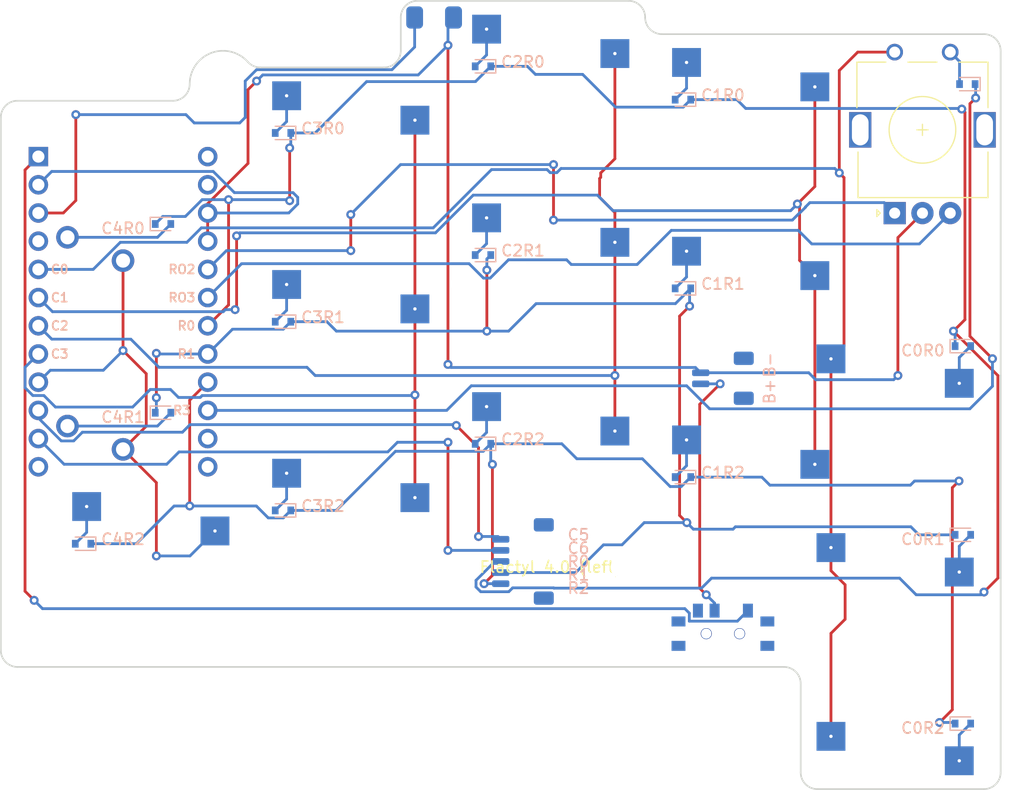
<source format=kicad_pcb>
(kicad_pcb (version 20221018) (generator pcbnew)
  (title_block (title "right") (rev "v1.0.0") (company "Unknown"))
  (layers (0 "F.Cu" signal) (31 "B.Cu" signal) (34 "B.Paste" user) (35 "F.Paste" user) (36 "B.SilkS" user "B.Silkscreen") (37 "F.SilkS" user "F.Silkscreen") (38 "B.Mask" user) (39 "F.Mask" user) (44 "Edge.Cuts" user))
  (net 0 "")
  (net 1 "C0")
  (net 2 "C0R0D")
  (net 3 "R0")
  (net 4 "C0R1D")
  (net 5 "R1")
  (net 6 "C0R2D")
  (net 7 "R2")
  (net 8 "C1")
  (net 9 "C1R0D")
  (net 10 "C1R1D")
  (net 11 "C1R2D")
  (net 12 "C2")
  (net 13 "C2R0D")
  (net 14 "C2R1D")
  (net 15 "C2R2D")
  (net 16 "C3")
  (net 17 "C3R0D")
  (net 18 "C3R1D")
  (net 19 "C3R2D")
  (net 20 "C4")
  (net 21 "C4R0D")
  (net 22 "C4R1D")
  (net 23 "C4R2D")
  (net 24 "C0R3D")
  (net 25 "P2")
  (net 26 "P3")
  (net 27 "GND")
  (net 28 "R3")
  (net 29 "RAW")
  (net 30 "BSLI")
  (net 31 "three")
  (net 32 "RST")
  (net 33 "VCC")
  (net 34 "C5")
  (net 35 "C6")
  (net 36 "P10")
  (net 37 "P1")
  (net 38 "P0")
  (net 39 "P8")
  (net 40 "P9")
  (footprint "SPDT_C128955" (layer "F.Cu") (at 54 5.5 180)
    (fp_text reference "T1" hide)
    (fp_text value "" hide)
  )
  (footprint "somelogo" (layer "F.Cu") (at 38.5 -0.5)
    (fp_text reference "T2" hide)
    (fp_text value "Flactyl 4.0 (left)")
  )
  (footprint "rotary_encoder" (layer "F.Cu") (at 72 -40 90)
    (fp_text reference "ROT1" hide)
    (fp_text value "")
  )
  (footprint "MountingHole_2.2mm_M2" (layer "F.Cu") (at 63 2.5)
    (fp_text reference "H1" hide)
    (fp_text value "")
  )
  (footprint "MountingHole_2.2mm_M2" (layer "F.Cu") (at 45 -34.5)
    (fp_text reference "H4" hide)
    (fp_text value "")
  )
  (footprint "MountingHole_2.2mm_M2" (layer "F.Cu") (at 63 -31.5)
    (fp_text reference "H2" hide)
    (fp_text value "")
  )
  (footprint "MountingHole_2.2mm_M2" (layer "F.Cu") (at 9 -43.5)
    (fp_text reference "H6" hide)
    (fp_text value "")
  )
  (footprint "MountingHole_2.2mm_M2" (layer "F.Cu") (at 45 -0.5)
    (fp_text reference "H3" hide)
    (fp_text value "")
  )
  (footprint "MountingHole_2.2mm_M2" (layer "F.Cu") (at 9 5.5)
    (fp_text reference "H5" hide)
    (fp_text value "")
  )
  (footprint "D_SOD-523" (layer "B.Cu") (at 50.4 -25.6 180)
    (fp_text reference "D5" hide)
    (fp_text value "D_SOD-523")
  )
  (footprint "Kailh_socket_PG1350_no_silk" (layer "B.Cu") (at 72 -23)
    (fp_text reference "S1" hide)
    (fp_text value "")
  )
  (footprint "Kailh_socket_PG1350_no_silk" (layer "B.Cu") (at 18 -37 180)
    (fp_text reference "S10" hide)
    (fp_text value "")
  )
  (footprint "D_SOD-523" (layer "B.Cu") (at 3.6 -31.4)
    (fp_text reference "D13" hide)
    (fp_text value "D_SOD-523")
  )
  (footprint "D_SOD-523" (layer "B.Cu") (at 75.6 -20.4)
    (fp_text reference "D1" hide)
    (fp_text value "D_SOD-523")
  )
  (footprint "Kailh_socket_PG1350_no_silk" (layer "B.Cu") (at 54 -23 180)
    (fp_text reference "S5" hide)
    (fp_text value "")
  )
  (footprint "Kailh_socket_PG1350_no_silk" (layer "B.Cu") (at 36 -9 180)
    (fp_text reference "S9" hide)
    (fp_text value "")
  )
  (footprint "Kailh_socket_PG1350_no_silk" (layer "B.Cu") (at 18 -3 180)
    (fp_text reference "S12" hide)
    (fp_text value "")
  )
  (footprint "NiceNano" (layer "B.Cu") (at 0 -23.5 -90)
    (fp_text reference "MCU1" hide)
    (fp_text value "" hide)
  )
  (footprint "b3u-1000P" (layer "B.Cu") (at 28 -50 -90)
    (fp_text reference "B1" hide)
    (fp_text value "b3u-1000P")
  )
  (footprint "Kailh_socket_PG1350_no_silk" (layer "B.Cu") (at 0 -17)
    (fp_text reference "S14" hide)
    (fp_text value "")
  )
  (footprint "Kailh_socket_PG1350_no_silk" (layer "B.Cu") (at 54 -6 180)
    (fp_text reference "S6" hide)
    (fp_text value "")
  )
  (footprint "D_SOD-523" (layer "B.Cu") (at -3.6 -2.6 180)
    (fp_text reference "D15" hide)
    (fp_text value "D_SOD-523")
  )
  (footprint "D_SOD-523" (layer "B.Cu") (at 32.4 -11.6 180)
    (fp_text reference "D9" hide)
    (fp_text value "D_SOD-523")
  )
  (footprint "D_SOD-523" (layer "B.Cu") (at 14.4 -22.6 180)
    (fp_text reference "D11" hide)
    (fp_text value "D_SOD-523")
  )
  (footprint "Kailh_socket_PG1350_no_silk" (layer "B.Cu") (at 0 -34)
    (fp_text reference "S13" hide)
    (fp_text value "")
  )
  (footprint "JST_SH_SM05B-SRSS-TB_1x05-1MP_P1.00mm_Horizontal" (layer "B.Cu") (at 36 -1 -90)
    (fp_text reference "J1" hide)
    (fp_text value "")
  )
  (footprint "Kailh_socket_PG1350_no_silk" (layer "B.Cu") (at 36 -26 180)
    (fp_text reference "S8" hide)
    (fp_text value "")
  )
  (footprint "D_SOD-523" (layer "B.Cu") (at 75.6 -3.4)
    (fp_text reference "D2" hide)
    (fp_text value "D_SOD-523")
  )
  (footprint "D_SOD-523" (layer "B.Cu") (at 32.4 -28.6 180)
    (fp_text reference "D8" hide)
    (fp_text value "D_SOD-523")
  )
  (footprint "D_SOD-523" (layer "B.Cu") (at 14.4 -5.6 180)
    (fp_text reference "D12" hide)
    (fp_text value "D_SOD-523")
  )
  (footprint "Kailh_socket_PG1350_no_silk" (layer "B.Cu") (at 0 0 180)
    (fp_text reference "S15" hide)
    (fp_text value "")
  )
  (footprint "JST_SH_SM02B-SRSS-TB_1x02-1MP_P1.00mm_Horizontal" (layer "B.Cu") (at 54 -17.5 -90)
    (fp_text reference "JST1" hide)
    (fp_text value "JST_SH_SM02B-SRSS-TB_1x02-1MP_P1.00mm_Horizontal" hide)
  )
  (footprint "Kailh_socket_PG1350_no_silk" (layer "B.Cu") (at 36 -43 180)
    (fp_text reference "S7" hide)
    (fp_text value "")
  )
  (footprint "D_SOD-523" (layer "B.Cu") (at 76 -44 180)
    (fp_text reference "D16" hide)
    (fp_text value "D_SOD-523")
  )
  (footprint "D_SOD-523" (layer "B.Cu") (at 14.4 -39.6 180)
    (fp_text reference "D10" hide)
    (fp_text value "D_SOD-523")
  )
  (footprint "Kailh_socket_PG1350_no_silk" (layer "B.Cu") (at 72 11)
    (fp_text reference "S3" hide)
    (fp_text value "")
  )
  (footprint "Kailh_socket_PG1350_no_silk" (layer "B.Cu") (at 18 -20 180)
    (fp_text reference "S11" hide)
    (fp_text value "")
  )
  (footprint "Kailh_socket_PG1350_no_silk" (layer "B.Cu") (at 54 -40 180)
    (fp_text reference "S4" hide)
    (fp_text value "")
  )
  (footprint "D_SOD-523" (layer "B.Cu") (at 75.6 13.6)
    (fp_text reference "D3" hide)
    (fp_text value "D_SOD-523")
  )
  (footprint "D_SOD-523" (layer "B.Cu") (at 3.6 -14.4)
    (fp_text reference "D14" hide)
    (fp_text value "D_SOD-523")
  )
  (footprint "D_SOD-523" (layer "B.Cu") (at 32.4 -45.6 180)
    (fp_text reference "D7" hide)
    (fp_text value "D_SOD-523")
  )
  (footprint "D_SOD-523" (layer "B.Cu") (at 50.4 -8.6 180)
    (fp_text reference "D6" hide)
    (fp_text value "D_SOD-523")
  )
  (footprint "D_SOD-523" (layer "B.Cu") (at 50.4 -42.6 180)
    (fp_text reference "D4" hide)
    (fp_text value "D_SOD-523")
  )
  (footprint "Kailh_socket_PG1350_no_silk" (layer "B.Cu") (at 72 -6)
    (fp_text reference "S2" hide)
    (fp_text value "")
  )
  (gr_arc (start 6 -43.999467) (mid 7.929396 -46.802465) (end 11.236227 -45.999822) (stroke (width 0.15)) (layer "Edge.Cuts"))
  (gr_line (start -11 7.0008) (end -11 -41.0008) (stroke (width 0.15)) (layer "Edge.Cuts"))
  (gr_line (start 23.5008 -45.5) (end 12.353744 -45.5) (stroke (width 0.15)) (layer "Edge.Cuts"))
  (gr_arc (start 48.4992 -48.5) (mid 47.439106 -48.939106) (end 47 -49.9992) (stroke (width 0.15)) (layer "Edge.Cuts"))
  (gr_arc (start 59.5008 8.5) (mid 60.560894 8.939106) (end 61 9.9992) (stroke (width 0.15)) (layer "Edge.Cuts"))
  (gr_line (start 4.5008 -42.5) (end -9.5008 -42.5) (stroke (width 0.15)) (layer "Edge.Cuts"))
  (gr_arc (start -11 -41.0008) (mid -10.560894 -42.060894) (end -9.5008 -42.5) (stroke (width 0.15)) (layer "Edge.Cuts"))
  (gr_line (start 61 9.9992) (end 61 18.0008) (stroke (width 0.15)) (layer "Edge.Cuts"))
  (gr_arc (start 62.4992 19.5) (mid 61.439106 19.060894) (end 61 18.0008) (stroke (width 0.15)) (layer "Edge.Cuts"))
  (gr_arc (start 45.5008 -51.5) (mid 46.560894 -51.060894) (end 47 -50.0008) (stroke (width 0.15)) (layer "Edge.Cuts"))
  (gr_arc (start 6 -43.999467) (mid 5.560989 -42.9392) (end 4.5008 -42.5) (stroke (width 0.15)) (layer "Edge.Cuts"))
  (gr_line (start 47 -49.9992) (end 47 -50.0008) (stroke (width 0.15)) (layer "Edge.Cuts"))
  (gr_arc (start 25 -46.9992) (mid 24.560894 -45.939106) (end 23.5008 -45.5) (stroke (width 0.15)) (layer "Edge.Cuts"))
  (gr_line (start -9.5008 8.5) (end 59.5008 8.5) (stroke (width 0.15)) (layer "Edge.Cuts"))
  (gr_arc (start 77.5008 -48.5) (mid 78.560894 -48.060894) (end 79 -47.0008) (stroke (width 0.15)) (layer "Edge.Cuts"))
  (gr_arc (start 79 18.0008) (mid 78.560894 19.060894) (end 77.5008 19.5) (stroke (width 0.15)) (layer "Edge.Cuts"))
  (gr_arc (start -9.5008 8.5) (mid -10.560894 8.060894) (end -11 7.0008) (stroke (width 0.15)) (layer "Edge.Cuts"))
  (gr_line (start 25 -50.0008) (end 25 -46.9992) (stroke (width 0.15)) (layer "Edge.Cuts"))
  (gr_arc (start 12.353744 -45.5) (mid 11.741644 -45.630648) (end 11.236227 -45.999822) (stroke (width 0.15)) (layer "Edge.Cuts"))
  (gr_line (start 62.4992 19.5) (end 77.5008 19.5) (stroke (width 0.15)) (layer "Edge.Cuts"))
  (gr_line (start 79 -47.0008) (end 79 18.0008) (stroke (width 0.15)) (layer "Edge.Cuts"))
  (gr_line (start 45.5008 -51.5) (end 26.4992 -51.5) (stroke (width 0.15)) (layer "Edge.Cuts"))
  (gr_arc (start 25 -50.0008) (mid 25.439106 -51.060894) (end 26.4992 -51.5) (stroke (width 0.15)) (layer "Edge.Cuts"))
  (gr_line (start 48.4992 -48.5) (end 77.5008 -48.5) (stroke (width 0.15)) (layer "Edge.Cuts"))
  (segment (start 64.9 -35.575) (end 64.9 -20.425) (width 0.25) (layer "F.Cu") (net 1))
  (segment (start 65 1.1) (end 65 4.2) (width 0.25) (layer "F.Cu") (net 1))
  (segment (start 64.9 -20.425) (end 63.725 -19.25) (width 0.25) (layer "F.Cu") (net 1))
  (segment (start 63.725 -2.25) (end 63.725 -0.175) (width 0.25) (layer "F.Cu") (net 1))
  (segment (start 64.475 -45.225) (end 64.475 -36) (width 0.25) (layer "F.Cu") (net 1))
  (segment (start 65 4.2) (end 63.725 5.475) (width 0.25) (layer "F.Cu") (net 1))
  (segment (start 64.475 -36) (end 64.9 -35.575) (width 0.25) (layer "F.Cu") (net 1))
  (segment (start 66.13 -46.88) (end 64.475 -45.225) (width 0.25) (layer "F.Cu") (net 1))
  (segment (start 63.725 -0.175) (end 65 1.1) (width 0.25) (layer "F.Cu") (net 1))
  (segment (start 63.725 5.475) (end 63.725 14.75) (width 0.25) (layer "F.Cu") (net 1))
  (segment (start 69.46 -46.88) (end 66.13 -46.88) (width 0.25) (layer "F.Cu") (net 1))
  (segment (start 63.725 -19.25) (end 63.725 -2.25) (width 0.25) (layer "F.Cu") (net 1))
  (via (at 64.475 -36) (size 0.8) (drill 0.4) (layers "F.Cu" "B.Cu") (net 1))
  (segment (start 38.449695 -36.025) (end 39.050305 -36.025) (width 0.25) (layer "B.Cu") (net 1))
  (segment (start 38.174695 -36.3) (end 38.449695 -36.025) (width 0.25) (layer "B.Cu") (net 1))
  (segment (start -2.686461 -27.31) (end -0.246461 -29.75) (width 0.25) (layer "B.Cu") (net 1))
  (segment (start 39.425305 -36.4) (end 64.075 -36.4) (width 0.25) (layer "B.Cu") (net 1))
  (segment (start 5.75 -29.75) (end 7.0513 -31.0513) (width 0.25) (layer "B.Cu") (net 1))
  (segment (start -0.246461 -29.75) (end 5.75 -29.75) (width 0.25) (layer "B.Cu") (net 1))
  (segment (start 64.075 -36.4) (end 64.475 -36) (width 0.25) (layer "B.Cu") (net 1))
  (segment (start 39.050305 -36.025) (end 39.425305 -36.4) (width 0.25) (layer "B.Cu") (net 1))
  (segment (start 33.172095 -36.3) (end 38.174695 -36.3) (width 0.25) (layer "B.Cu") (net 1))
  (segment (start -7.62 -27.31) (end -2.686461 -27.31) (width 0.25) (layer "B.Cu") (net 1))
  (segment (start 7.0513 -31.0513) (end 27.923395 -31.0513) (width 0.25) (layer "B.Cu") (net 1))
  (segment (start 27.923395 -31.0513) (end 33.172095 -36.3) (width 0.25) (layer "B.Cu") (net 1))
  (segment (start 75.275 -19.375) (end 76.3 -20.4) (width 0.25) (layer "B.Cu") (net 2))
  (segment (start 75.275 -17.05) (end 75.275 -19.375) (width 0.25) (layer "B.Cu") (net 2))
  (segment (start 15 -38.25) (end 15 -33.5) (width 0.25) (layer "F.Cu") (net 3))
  (segment (start 74.75 -21.75) (end 75.785 -22.785) (width 0.25) (layer "F.Cu") (net 3))
  (segment (start 9.5 -24.11) (end 9.5 -33.5913) (width 0.25) (layer "F.Cu") (net 3))
  (segment (start 75.785 -22.785) (end 75.785 -41.465) (width 0.25) (layer "F.Cu") (net 3))
  (segment (start 78.75 -17.75) (end 74.75 -21.75) (width 0.25) (layer "F.Cu") (net 3))
  (segment (start 75.785 -41.465) (end 75.5 -41.75) (width 0.25) (layer "F.Cu") (net 3))
  (segment (start 7.62 -22.23) (end 9.5 -24.11) (width 0.25) (layer "F.Cu") (net 3))
  (segment (start 77.5 1.75) (end 78.75 0.5) (width 0.25) (layer "F.Cu") (net 3))
  (segment (start 78.75 0.5) (end 78.75 -17.75) (width 0.25) (layer "F.Cu") (net 3))
  (via (at 75.5 -41.75) (size 0.8) (drill 0.4) (layers "F.Cu" "B.Cu") (net 3))
  (via (at 15 -38.25) (size 0.8) (drill 0.4) (layers "F.Cu" "B.Cu") (net 3))
  (via (at 15 -33.5) (size 0.8) (drill 0.4) (layers "F.Cu" "B.Cu") (net 3))
  (via (at 77.5 1.75) (size 0.8) (drill 0.4) (layers "F.Cu" "B.Cu") (net 3))
  (via (at 9.5 -33.5913) (size 0.8) (drill 0.4) (layers "F.Cu" "B.Cu") (net 3))
  (via (at 74.75 -21.75) (size 0.8) (drill 0.4) (layers "F.Cu" "B.Cu") (net 3))
  (segment (start 77.25 2) (end 77.5 1.75) (width 0.25) (layer "B.Cu") (net 3))
  (segment (start 14.9087 -33.5913) (end 9.5 -33.5913) (width 0.25) (layer "B.Cu") (net 3))
  (segment (start 3.575 -32.075) (end 2.9 -31.4) (width 0.25) (layer "B.Cu") (net 3))
  (segment (start 34.721751 1.725) (end 35.071751 1.375) (width 0.25) (layer "B.Cu") (net 3))
  (segment (start 15.1 -39.6) (end 15.1 -38.35) (width 0.25) (layer "B.Cu") (net 3))
  (segment (start 33.1 -45.6) (end 31.7259 -44.2259) (width 0.25) (layer "B.Cu") (net 3))
  (segment (start 36.4 -45.6) (end 33.1 -45.6) (width 0.25) (layer "B.Cu") (net 3))
  (segment (start 44.325 -41.925) (end 41.375 -44.875) (width 0.25) (layer "B.Cu") (net 3))
  (segment (start 56.054999 -41.805) (end 55.259999 -42.6) (width 0.25) (layer "B.Cu") (net 3))
  (segment (start 15 -33.5) (end 14.9087 -33.5913) (width 0.25) (layer "B.Cu") (net 3))
  (segment (start 37.125 -44.875) (end 36.4 -45.6) (width 0.25) (layer "B.Cu") (net 3))
  (segment (start 38.788173 1.4) (end 52.074695 1.4) (width 0.25) (layer "B.Cu") (net 3))
  (segment (start 75.445 -41.805) (end 56.054999 -41.805) (width 0.25) (layer "B.Cu") (net 3))
  (segment (start 33.474695 -1) (end 31.775 0.699695) (width 0.25) (layer "B.Cu") (net 3))
  (segment (start 50.425 -41.925) (end 44.325 -41.925) (width 0.25) (layer "B.Cu") (net 3))
  (segment (start 17.30165 -39.6) (end 15.1 -39.6) (width 0.25) (layer "B.Cu") (net 3))
  (segment (start 7.122405 -33.5913) (end 5.606105 -32.075) (width 0.25) (layer "B.Cu") (net 3))
  (segment (start 31.775 1.300305) (end 32.199695 1.725) (width 0.25) (layer "B.Cu") (net 3))
  (segment (start 69.89835 0.5) (end 71.39835 2) (width 0.25) (layer "B.Cu") (net 3))
  (segment (start 71.39835 2) (end 77.25 2) (width 0.25) (layer "B.Cu") (net 3))
  (segment (start 21.92755 -44.2259) (end 17.30165 -39.6) (width 0.25) (layer "B.Cu") (net 3))
  (segment (start 55.259999 -42.6) (end 51.1 -42.6) (width 0.25) (layer "B.Cu") (net 3))
  (segment (start 34 -1) (end 33.474695 -1) (width 0.25) (layer "B.Cu") (net 3))
  (segment (start 32.199695 1.725) (end 34.721751 1.725) (width 0.25) (layer "B.Cu") (net 3))
  (segment (start 74.9 -20.4) (end 74.9 -21.6) (width 0.25) (layer "B.Cu") (net 3))
  (segment (start 41.375 -44.875) (end 37.125 -44.875) (width 0.25) (layer "B.Cu") (net 3))
  (segment (start 31.7259 -44.2259) (end 21.92755 -44.2259) (width 0.25) (layer "B.Cu") (net 3))
  (segment (start 5.606105 -32.075) (end 3.575 -32.075) (width 0.25) (layer "B.Cu") (net 3))
  (segment (start 74.9 -21.6) (end 74.75 -21.75) (width 0.25) (layer "B.Cu") (net 3))
  (segment (start 31.775 0.699695) (end 31.775 1.300305) (width 0.25) (layer "B.Cu") (net 3))
  (segment (start 35.071751 1.375) (end 38.763173 1.375) (width 0.25) (layer "B.Cu") (net 3))
  (segment (start 52.074695 1.4) (end 52.974695 0.5) (width 0.25) (layer "B.Cu") (net 3))
  (segment (start 15.1 -38.35) (end 15 -38.25) (width 0.25) (layer "B.Cu") (net 3))
  (segment (start 75.5 -41.75) (end 75.445 -41.805) (width 0.25) (layer "B.Cu") (net 3))
  (segment (start 52.974695 0.5) (end 69.89835 0.5) (width 0.25) (layer "B.Cu") (net 3))
  (segment (start 9.5 -33.5913) (end 7.122405 -33.5913) (width 0.25) (layer "B.Cu") (net 3))
  (segment (start 51.1 -42.6) (end 50.425 -41.925) (width 0.25) (layer "B.Cu") (net 3))
  (segment (start 38.763173 1.375) (end 38.788173 1.4) (width 0.25) (layer "B.Cu") (net 3))
  (segment (start 75.275 -2.375) (end 76.3 -3.4) (width 0.25) (layer "B.Cu") (net 4))
  (segment (start 75.275 -0.05) (end 75.275 -2.375) (width 0.25) (layer "B.Cu") (net 4))
  (segment (start 50.1 -5.15) (end 50.1 -23.1) (width 0.25) (layer "F.Cu") (net 5))
  (segment (start 50.75 -4.5) (end 50.1 -5.15) (width 0.25) (layer "F.Cu") (net 5))
  (segment (start 32.75 -21.75) (end 32.75 -27.25) (width 0.25) (layer "F.Cu") (net 5))
  (segment (start 3 -19.75) (end 3 -15.75) (width 0.25) (layer "F.Cu") (net 5))
  (segment (start 50.1 -23.1) (end 51 -24) (width 0.25) (layer "F.Cu") (net 5))
  (via (at 33.25 -9.75) (size 0.8) (drill 0.4) (layers "F.Cu" "B.Cu") (net 5))
  (via (at 3 -15.75) (size 0.8) (drill 0.4) (layers "F.Cu" "B.Cu") (net 5))
  (via (at 32.75 -27.25) (size 0.8) (drill 0.4) (layers "F.Cu" "B.Cu") (net 5))
  (via (at 32.75 -21.75) (size 0.8) (drill 0.4) (layers "F.Cu" "B.Cu") (net 5))
  (via (at 3 -19.75) (size 0.8) (drill 0.4) (layers "F.Cu" "B.Cu") (net 5))
  (via (at 51 -24) (size 0.8) (drill 0.4) (layers "F.Cu" "B.Cu") (net 5))
  (via (at 50.75 -4.5) (size 0.8) (drill 0.4) (layers "F.Cu" "B.Cu") (net 5))
  (segment (start 3 -14.5) (end 2.9 -14.4) (width 0.25) (layer "B.Cu") (net 5))
  (segment (start 71.645001 -3.4) (end 70.920001 -4.125) (width 0.25) (layer "B.Cu") (net 5))
  (segment (start 44.914035 -2.5) (end 43.25 -2.5) (width 0.25) (layer "B.Cu") (net 5))
  (segment (start 50.75 -4.5) (end 46.914035 -4.5) (width 0.25) (layer "B.Cu") (net 5))
  (segment (start 9.855 -21.925) (end 7.62 -19.69) (width 0.25) (layer "B.Cu") (net 5))
  (segment (start 3 -15.75) (end 3 -14.5) (width 0.25) (layer "B.Cu") (net 5))
  (segment (start 51 -25.5) (end 51.1 -25.6) (width 0.25) (layer "B.Cu") (net 5))
  (segment (start 32.75 -21.75) (end 19.204999 -21.75) (width 0.25) (layer "B.Cu") (net 5))
  (segment (start 55.125 -4.125) (end 54.9105 -3.9105) (width 0.25) (layer "B.Cu") (net 5))
  (segment (start 3.06 -19.69) (end 3 -19.75) (width 0.25) (layer "B.Cu") (net 5))
  (segment (start 15.1 -22.6) (end 14.425 -21.925) (width 0.25) (layer "B.Cu") (net 5))
  (segment (start 19.204999 -21.75) (end 18.354999 -22.6) (width 0.25) (layer "B.Cu") (net 5))
  (segment (start 7.62 -19.69) (end 3.06 -19.69) (width 0.25) (layer "B.Cu") (net 5))
  (segment (start 37.180899 -24.2259) (end 34.704999 -21.75) (width 0.25) (layer "B.Cu") (net 5))
  (segment (start 49.7259 -24.2259) (end 37.180899 -24.2259) (width 0.25) (layer "B.Cu") (net 5))
  (segment (start 51 -24) (end 51 -25.5) (width 0.25) (layer "B.Cu") (net 5))
  (segment (start 74.9 -3.4) (end 71.645001 -3.4) (width 0.25) (layer "B.Cu") (net 5))
  (segment (start 32.75 -27.25) (end 32.75 -28.25) (width 0.25) (layer "B.Cu") (net 5))
  (segment (start 43.25 -2.5) (end 40.75 0) (width 0.25) (layer "B.Cu") (net 5))
  (segment (start 32.75 -28.25) (end 33.1 -28.6) (width 0.25) (layer "B.Cu") (net 5))
  (segment (start 54.9105 -3.9105) (end 51.3395 -3.9105) (width 0.25) (layer "B.Cu") (net 5))
  (segment (start 18.354999 -22.6) (end 15.1 -22.6) (width 0.25) (layer "B.Cu") (net 5))
  (segment (start 40.75 0) (end 34 0) (width 0.25) (layer "B.Cu") (net 5))
  (segment (start 34.704999 -21.75) (end 32.75 -21.75) (width 0.25) (layer "B.Cu") (net 5))
  (segment (start 46.914035 -4.5) (end 44.914035 -2.5) (width 0.25) (layer "B.Cu") (net 5))
  (segment (start 14.425 -21.925) (end 9.855 -21.925) (width 0.25) (layer "B.Cu") (net 5))
  (segment (start 51.1 -25.6) (end 49.7259 -24.2259) (width 0.25) (layer "B.Cu") (net 5))
  (segment (start 51.3395 -3.9105) (end 50.75 -4.5) (width 0.25) (layer "B.Cu") (net 5))
  (segment (start 70.920001 -4.125) (end 55.125 -4.125) (width 0.25) (layer "B.Cu") (net 5))
  (segment (start 75.275 16.95) (end 75.275 14.625) (width 0.25) (layer "B.Cu") (net 6))
  (segment (start 75.275 14.625) (end 76.3 13.6) (width 0.25) (layer "B.Cu") (net 6))
  (segment (start 33.25 0.25) (end 32.5 1) (width 0.25) (layer "F.Cu") (net 7))
  (segment (start 33.25 -9.75) (end 33.25 0.25) (width 0.25) (layer "F.Cu") (net 7))
  (segment (start 6 -6) (end 6 -15.53) (width 0.25) (layer "F.Cu") (net 7))
  (segment (start 74.65 -7.65) (end 74.65 12.35) (width 0.25) (layer "F.Cu") (net 7))
  (segment (start 75.25 -8.25) (end 74.65 -7.65) (width 0.25) (layer "F.Cu") (net 7))
  (segment (start 74.65 12.35) (end 73.5 13.5) (width 0.25) (layer "F.Cu") (net 7))
  (segment (start 6 -15.53) (end 7.62 -17.15) (width 0.25) (layer "F.Cu") (net 7))
  (via (at 75.25 -8.25) (size 0.8) (drill 0.4) (layers "F.Cu" "B.Cu") (net 7))
  (via (at 6 -6) (size 0.8) (drill 0.4) (layers "F.Cu" "B.Cu") (net 7))
  (via (at 73.5 13.5) (size 0.8) (drill 0.4) (layers "F.Cu" "B.Cu") (net 7))
  (via (at 32.5 1) (size 0.8) (drill 0.4) (layers "F.Cu" "B.Cu") (net 7))
  (segment (start 33.1 -11.6) (end 33.1 -9.9) (width 0.25) (layer "B.Cu") (net 7))
  (segment (start 49.25 -7.75) (end 50.25 -7.75) (width 0.25) (layer "B.Cu") (net 7))
  (segment (start 46.75 -10.25) (end 49.25 -7.75) (width 0.25) (layer "B.Cu") (net 7))
  (segment (start 50.25 -7.75) (end 51.1 -8.6) (width 0.25) (layer "B.Cu") (net 7))
  (segment (start 4.59835 -6) (end 6 -6) (width 0.25) (layer "B.Cu") (net 7))
  (segment (start 70.875 -7.875) (end 71.25 -8.25) (width 0.25) (layer "B.Cu") (net 7))
  (segment (start 12 -6) (end 13.075 -4.925) (width 0.25) (layer "B.Cu") (net 7))
  (segment (start 71.25 -8.25) (end 75.25 -8.25) (width 0.25) (layer "B.Cu") (net 7))
  (segment (start 24.52335 -10.925) (end 32.425 -10.925) (width 0.25) (layer "B.Cu") (net 7))
  (segment (start 32.5 1) (end 34 1) (width 0.25) (layer "B.Cu") (net 7))
  (segment (start 40.84835 -10.25) (end 46.75 -10.25) (width 0.25) (layer "B.Cu") (net 7))
  (segment (start 39.49835 -11.6) (end 40.84835 -10.25) (width 0.25) (layer "B.Cu") (net 7))
  (segment (start 58.22335 -7.875) (end 70.875 -7.875) (width 0.25) (layer "B.Cu") (net 7))
  (segment (start 32.425 -10.925) (end 33.1 -11.6) (width 0.25) (layer "B.Cu") (net 7))
  (segment (start 15.1 -5.6) (end 19.19835 -5.6) (width 0.25) (layer "B.Cu") (net 7))
  (segment (start 33.1 -11.6) (end 39.49835 -11.6) (width 0.25) (layer "B.Cu") (net 7))
  (segment (start 1.19835 -2.6) (end 4.59835 -6) (width 0.25) (layer "B.Cu") (net 7))
  (segment (start 6 -6) (end 12 -6) (width 0.25) (layer "B.Cu") (net 7))
  (segment (start 51.1 -8.6) (end 57.49835 -8.6) (width 0.25) (layer "B.Cu") (net 7))
  (segment (start 19.19835 -5.6) (end 24.52335 -10.925) (width 0.25) (layer "B.Cu") (net 7))
  (segment (start 13.075 -4.925) (end 14.425 -4.925) (width 0.25) (layer "B.Cu") (net 7))
  (segment (start 14.425 -4.925) (end 15.1 -5.6) (width 0.25) (layer "B.Cu") (net 7))
  (segment (start 57.49835 -8.6) (end 58.22335 -7.875) (width 0.25) (layer "B.Cu") (net 7))
  (segment (start 73.5 13.5) (end 74.8 13.5) (width 0.25) (layer "B.Cu") (net 7))
  (segment (start 33.1 -9.9) (end 33.25 -9.75) (width 0.25) (layer "B.Cu") (net 7))
  (segment (start 74.8 13.5) (end 74.9 13.6) (width 0.25) (layer "B.Cu") (net 7))
  (segment (start -2.9 -2.6) (end 1.19835 -2.6) (width 0.25) (layer "B.Cu") (net 7))
  (segment (start 60.9 -28.125) (end 62.275 -26.75) (width 0.25) (layer "F.Cu") (net 8))
  (segment (start 62.275 -34.775) (end 62.275 -43.75) (width 0.25) (layer "F.Cu") (net 8))
  (segment (start 10.2245 -30.3268) (end 10.2245 -23.823214) (width 0.25) (layer "F.Cu") (net 8))
  (segment (start 60.7 -33.2) (end 62.275 -34.775) (width 0.25) (layer "F.Cu") (net 8))
  (segment (start 10.2245 -23.823214) (end 10.087957 -23.686671) (width 0.25) (layer "F.Cu") (net 8))
  (segment (start 60.9 -33) (end 60.9 -28.125) (width 0.25) (layer "F.Cu") (net 8))
  (segment (start 62.275 -9.75) (end 62.275 -26.75) (width 0.25) (layer "F.Cu") (net 8))
  (segment (start 60.7 -33.2) (end 60.9 -33) (width 0.25) (layer "F.Cu") (net 8))
  (via (at 10.087957 -23.686671) (size 0.8) (drill 0.4) (layers "F.Cu" "B.Cu") (net 8))
  (via (at 60.7 -33.2) (size 0.8) (drill 0.4) (layers "F.Cu" "B.Cu") (net 8))
  (via (at 10.2245 -30.3268) (size 0.8) (drill 0.4) (layers "F.Cu" "B.Cu") (net 8))
  (segment (start -7.62 -24.77) (end -6.35 -23.5) (width 0.25) (layer "B.Cu") (net 8))
  (segment (start 9.211671 -23.686671) (end 10.087957 -23.686671) (width 0.25) (layer "B.Cu") (net 8))
  (segment (start 42.7 -34) (end 31.525 -34) (width 0.25) (layer "B.Cu") (net 8))
  (segment (start 60.1 -32.6) (end 44.1 -32.6) (width 0.25) (layer "B.Cu") (net 8))
  (segment (start 44.1 -32.6) (end 42.7 -34) (width 0.25) (layer "B.Cu") (net 8))
  (segment (start 28.1263 -30.6013) (end 10.499 -30.6013) (width 0.25) (layer "B.Cu") (net 8))
  (segment (start 9.025 -23.5) (end 9.211671 -23.686671) (width 0.25) (layer "B.Cu") (net 8))
  (segment (start 60.7 -33.2) (end 60.1 -32.6) (width 0.25) (layer "B.Cu") (net 8))
  (segment (start 10.499 -30.6013) (end 10.2245 -30.3268) (width 0.25) (layer "B.Cu") (net 8))
  (segment (start 31.525 -34) (end 28.1263 -30.6013) (width 0.25) (layer "B.Cu") (net 8))
  (segment (start -6.35 -23.5) (end 9.025 -23.5) (width 0.25) (layer "B.Cu") (net 8))
  (segment (start 50.725 -43.625) (end 49.7 -42.6) (width 0.25) (layer "B.Cu") (net 9))
  (segment (start 50.725 -45.95) (end 50.725 -43.625) (width 0.25) (layer "B.Cu") (net 9))
  (segment (start 50.725 -28.95) (end 50.725 -26.625) (width 0.25) (layer "B.Cu") (net 10))
  (segment (start 50.725 -26.625) (end 49.7 -25.6) (width 0.25) (layer "B.Cu") (net 10))
  (segment (start 50.725 -9.625) (end 49.7 -8.6) (width 0.25) (layer "B.Cu") (net 11))
  (segment (start 50.725 -11.95) (end 50.725 -9.625) (width 0.25) (layer "B.Cu") (net 11))
  (segment (start 44.275 -12.75) (end 44.275 -17.75) (width 0.25) (layer "F.Cu") (net 12))
  (segment (start 44.275 -17.75) (end 44.275 -29.75) (width 0.25) (layer "F.Cu") (net 12))
  (segment (start 43 -35.6) (end 43 -36) (width 0.25) (layer "F.Cu") (net 12))
  (segment (start 44.275 -32.425) (end 42.9 -33.8) (width 0.25) (layer "F.Cu") (net 12))
  (segment (start 44.275 -29.75) (end 44.275 -32.425) (width 0.25) (layer "F.Cu") (net 12))
  (segment (start 44.275 -37.275) (end 44.275 -46.75) (width 0.25) (layer "F.Cu") (net 12))
  (segment (start 42.9 -33.8) (end 42.9 -35.5) (width 0.25) (layer "F.Cu") (net 12))
  (segment (start 43 -36) (end 44.275 -37.275) (width 0.25) (layer "F.Cu") (net 12))
  (segment (start 42.9 -35.5) (end 43 -35.6) (width 0.25) (layer "F.Cu") (net 12))
  (via (at 44.275 -17.75) (size 0.8) (drill 0.4) (layers "F.Cu" "B.Cu") (net 12))
  (segment (start 17.295001 -17.75) (end 44.275 -17.75) (width 0.25) (layer "B.Cu") (net 12))
  (segment (start -6.4187 -21.0287) (end 0.695995 -21.0287) (width 0.25) (layer "B.Cu") (net 12))
  (segment (start 16.556301 -18.4887) (end 17.295001 -17.75) (width 0.25) (layer "B.Cu") (net 12))
  (segment (start -7.62 -22.23) (end -6.4187 -21.0287) (width 0.25) (layer "B.Cu") (net 12))
  (segment (start 3.235995 -18.4887) (end 16.556301 -18.4887) (width 0.25) (layer "B.Cu") (net 12))
  (segment (start 0.695995 -21.0287) (end 3.235995 -18.4887) (width 0.25) (layer "B.Cu") (net 12))
  (segment (start 32.725 -46.625) (end 31.7 -45.6) (width 0.25) (layer "B.Cu") (net 13))
  (segment (start 32.725 -48.95) (end 32.725 -46.625) (width 0.25) (layer "B.Cu") (net 13))
  (segment (start 32.725 -31.95) (end 32.725 -29.625) (width 0.25) (layer "B.Cu") (net 14))
  (segment (start 32.725 -29.625) (end 31.7 -28.6) (width 0.25) (layer "B.Cu") (net 14))
  (segment (start 32.725 -12.625) (end 31.7 -11.6) (width 0.25) (layer "B.Cu") (net 15))
  (segment (start 32.725 -14.95) (end 32.725 -12.625) (width 0.25) (layer "B.Cu") (net 15))
  (segment (start 26.275 -16) (end 26.275 -6.75) (width 0.25) (layer "F.Cu") (net 16))
  (segment (start 26.275 -40.75) (end 26.275 -23.75) (width 0.25) (layer "F.Cu") (net 16))
  (segment (start 26.275 -23.75) (end 26.275 -16) (width 0.25) (layer "F.Cu") (net 16))
  (via (at 26.275 -16) (size 0.8) (drill 0.4) (layers "F.Cu" "B.Cu") (net 16))
  (segment (start 4.2741 -16.492216) (end 4.992216 -15.7741) (width 0.25) (layer "B.Cu") (net 16))
  (segment (start 6.947805 -15.7741) (end 7.122405 -15.9487) (width 0.25) (layer "B.Cu") (net 16))
  (segment (start 26.2237 -15.9487) (end 26.275 -16) (width 0.25) (layer "B.Cu") (net 16))
  (segment (start -8.8213 -16.652405) (end -8.117595 -15.9487) (width 0.25) (layer "B.Cu") (net 16))
  (segment (start -7.122405 -15.9487) (end -6.084205 -14.9105) (width 0.25) (layer "B.Cu") (net 16))
  (segment (start 4.992216 -15.7741) (end 6.947805 -15.7741) (width 0.25) (layer "B.Cu") (net 16))
  (segment (start 2.447215 -16.492216) (end 4.2741 -16.492216) (width 0.25) (layer "B.Cu") (net 16))
  (segment (start -8.117595 -15.9487) (end -7.122405 -15.9487) (width 0.25) (layer "B.Cu") (net 16))
  (segment (start 7.122405 -15.9487) (end 26.2237 -15.9487) (width 0.25) (layer "B.Cu") (net 16))
  (segment (start -7.62 -19.69) (end -8.8213 -18.4887) (width 0.25) (layer "B.Cu") (net 16))
  (segment (start 0.865499 -14.9105) (end 2.447215 -16.492216) (width 0.25) (layer "B.Cu") (net 16))
  (segment (start -8.8213 -18.4887) (end -8.8213 -16.652405) (width 0.25) (layer "B.Cu") (net 16))
  (segment (start -6.084205 -14.9105) (end 0.865499 -14.9105) (width 0.25) (layer "B.Cu") (net 16))
  (segment (start 14.725 -40.625) (end 13.7 -39.6) (width 0.25) (layer "B.Cu") (net 17))
  (segment (start 14.725 -42.95) (end 14.725 -40.625) (width 0.25) (layer "B.Cu") (net 17))
  (segment (start 14.725 -23.625) (end 13.7 -22.6) (width 0.25) (layer "B.Cu") (net 18))
  (segment (start 14.725 -25.95) (end 14.725 -23.625) (width 0.25) (layer "B.Cu") (net 18))
  (segment (start 14.725 -6.625) (end 13.7 -5.6) (width 0.25) (layer "B.Cu") (net 19))
  (segment (start 14.725 -8.95) (end 14.725 -6.625) (width 0.25) (layer "B.Cu") (net 19))
  (segment (start 0 -11.1) (end 3 -8.1) (width 0.25) (layer "F.Cu") (net 20))
  (segment (start 2.0895 -17.9105) (end 0 -20) (width 0.25) (layer "F.Cu") (net 20))
  (segment (start 0 -28.1) (end 0 -20) (width 0.25) (layer "F.Cu") (net 20))
  (segment (start 0 -11.1) (end 2.0895 -13.1895) (width 0.25) (layer "F.Cu") (net 20))
  (segment (start 3 -8.1) (end 3 -1.5) (width 0.25) (layer "F.Cu") (net 20))
  (segment (start 2.0895 -13.1895) (end 2.0895 -17.9105) (width 0.25) (layer "F.Cu") (net 20))
  (via (at 0 -20) (size 0.8) (drill 0.4) (layers "F.Cu" "B.Cu") (net 20))
  (via (at 3 -1.5) (size 0.8) (drill 0.4) (layers "F.Cu" "B.Cu") (net 20))
  (segment (start 6.025 -1.5) (end 8.275 -3.75) (width 0.25) (layer "B.Cu") (net 20))
  (segment (start 0 -20) (end -1.7741 -18.2259) (width 0.25) (layer "B.Cu") (net 20))
  (segment (start -1.7741 -18.2259) (end -6.5441 -18.2259) (width 0.25) (layer "B.Cu") (net 20))
  (segment (start -6.5441 -18.2259) (end -7.62 -17.15) (width 0.25) (layer "B.Cu") (net 20))
  (segment (start 3 -1.5) (end 6.025 -1.5) (width 0.25) (layer "B.Cu") (net 20))
  (segment (start 3.1 -30.2) (end -5 -30.2) (width 0.25) (layer "B.Cu") (net 21))
  (segment (start 4.3 -31.4) (end 3.1 -30.2) (width 0.25) (layer "B.Cu") (net 21))
  (segment (start 4.3 -14.4) (end 3.1 -13.2) (width 0.25) (layer "B.Cu") (net 22))
  (segment (start 3.1 -13.2) (end -5 -13.2) (width 0.25) (layer "B.Cu") (net 22))
  (segment (start -3.275 -5.95) (end -3.275 -3.625) (width 0.25) (layer "B.Cu") (net 23))
  (segment (start -3.275 -3.625) (end -4.3 -2.6) (width 0.25) (layer "B.Cu") (net 23))
  (segment (start 75.3 -46.04) (end 74.46 -46.88) (width 0.25) (layer "B.Cu") (net 24))
  (segment (start 75.3 -44) (end 75.3 -46.04) (width 0.25) (layer "B.Cu") (net 24))
  (segment (start 38.75 -31.75) (end 38.75 -36.75) (width 0.25) (layer "F.Cu") (net 25))
  (segment (start 20.5 -32.25) (end 20.5 -29) (width 0.25) (layer "F.Cu") (net 25))
  (via (at 20.5 -32.25) (size 0.8) (drill 0.4) (layers "F.Cu" "B.Cu") (net 25))
  (via (at 38.75 -31.75) (size 0.8) (drill 0.4) (layers "F.Cu" "B.Cu") (net 25))
  (via (at 38.75 -36.75) (size 0.8) (drill 0.4) (layers "F.Cu" "B.Cu") (net 25))
  (via (at 20.5 -29) (size 0.8) (drill 0.4) (layers "F.Cu" "B.Cu") (net 25))
  (segment (start 60.25 -31.75) (end 38.75 -31.75) (width 0.25) (layer "B.Cu") (net 25))
  (segment (start 20.5 -29) (end 9.31 -29) (width 0.25) (layer "B.Cu") (net 25))
  (segment (start 60.975 -32.475) (end 60.25 -31.75) (width 0.25) (layer "B.Cu") (net 25))
  (segment (start 61.425 -32.925) (end 61.425 -32.899695) (width 0.25) (layer "B.Cu") (net 25))
  (segment (start 68.515 -33.325) (end 61.825 -33.325) (width 0.25) (layer "B.Cu") (net 25))
  (segment (start 61.000305 -32.475) (end 60.975 -32.475) (width 0.25) (layer "B.Cu") (net 25))
  (segment (start 24.983684 -36.75) (end 20.5 -32.266316) (width 0.25) (layer "B.Cu") (net 25))
  (segment (start 61.825 -33.325) (end 61.425 -32.925) (width 0.25) (layer "B.Cu") (net 25))
  (segment (start 61.425 -32.899695) (end 61.000305 -32.475) (width 0.25) (layer "B.Cu") (net 25))
  (segment (start 69.46 -32.38) (end 68.515 -33.325) (width 0.25) (layer "B.Cu") (net 25))
  (segment (start 9.31 -29) (end 7.62 -27.31) (width 0.25) (layer "B.Cu") (net 25))
  (segment (start 38.75 -36.75) (end 24.983684 -36.75) (width 0.25) (layer "B.Cu") (net 25))
  (segment (start 46.275 -27.75) (end 49.35 -30.825) (width 0.25) (layer "B.Cu") (net 26))
  (segment (start 33.050305 -26.525) (end 34.69948 -28.174175) (width 0.25) (layer "B.Cu") (net 26))
  (segment (start 60.775 -30.825) (end 62 -29.6) (width 0.25) (layer "B.Cu") (net 26))
  (segment (start 71.68 -29.6) (end 74.46 -32.38) (width 0.25) (layer "B.Cu") (net 26))
  (segment (start 49.35 -30.825) (end 60.775 -30.825) (width 0.25) (layer "B.Cu") (net 26))
  (segment (start 10.675 -27.825) (end 31.149695 -27.825) (width 0.25) (layer "B.Cu") (net 26))
  (segment (start 7.62 -24.77) (end 10.675 -27.825) (width 0.25) (layer "B.Cu") (net 26))
  (segment (start 62 -29.6) (end 71.68 -29.6) (width 0.25) (layer "B.Cu") (net 26))
  (segment (start 34.69948 -28.174175) (end 39.924175 -28.174175) (width 0.25) (layer "B.Cu") (net 26))
  (segment (start 31.149695 -27.825) (end 32.449695 -26.525) (width 0.25) (layer "B.Cu") (net 26))
  (segment (start 32.449695 -26.525) (end 33.050305 -26.525) (width 0.25) (layer "B.Cu") (net 26))
  (segment (start 39.924175 -28.174175) (end 40.34835 -27.75) (width 0.25) (layer "B.Cu") (net 26))
  (segment (start 40.34835 -27.75) (end 46.275 -27.75) (width 0.25) (layer "B.Cu") (net 26))
  (segment (start 69.75 -17.75) (end 69.75 -30.17) (width 0.25) (layer "F.Cu") (net 27))
  (segment (start 7.62 -32.39) (end 7.62 -29.85) (width 0.25) (layer "F.Cu") (net 27))
  (segment (start 29.25 -18.75) (end 29.25 -47.5) (width 0.25) (layer "F.Cu") (net 27))
  (segment (start 12.025 -44.275) (end 11.25 -43.5) (width 0.25) (layer "F.Cu") (net 27))
  (segment (start 11.25 -36.861105) (end 7.62 -33.231105) (width 0.25) (layer "F.Cu") (net 27))
  (segment (start 69.75 -30.17) (end 71.96 -32.38) (width 0.25) (layer "F.Cu") (net 27))
  (segment (start 7.62 -33.231105) (end 7.62 -32.39) (width 0.25) (layer "F.Cu") (net 27))
  (segment (start 11.25 -43.5) (end 11.25 -36.861105) (width 0.25) (layer "F.Cu") (net 27))
  (via (at 12.025 -44.275) (size 0.8) (drill 0.4) (layers "F.Cu" "B.Cu") (net 27))
  (via (at 69.75 -17.75) (size 0.8) (drill 0.4) (layers "F.Cu" "B.Cu") (net 27))
  (via (at 29.25 -47.5) (size 0.8) (drill 0.4) (layers "F.Cu" "B.Cu") (net 27))
  (via (at 29.25 -18.75) (size 0.8) (drill 0.4) (layers "F.Cu" "B.Cu") (net 27))
  (segment (start 29.25 -47.5) (end 29.25 -49.5) (width 0.25) (layer "B.Cu") (net 27))
  (segment (start 12.575 -44.825) (end 26.575 -44.825) (width 0.25) (layer "B.Cu") (net 27))
  (segment (start 15.300305 -34.225) (end 15.725 -33.800305) (width 0.25) (layer "B.Cu") (net 27))
  (segment (start 51.525 -18.475) (end 29.525 -18.475) (width 0.25) (layer "B.Cu") (net 27))
  (segment (start 15.725 -33.199695) (end 14.915305 -32.39) (width 0.25) (layer "B.Cu") (net 27))
  (segment (start 62.35 -17.375) (end 69.375 -17.375) (width 0.25) (layer "B.Cu") (net 27))
  (segment (start 12.025 -44.275) (end 12.575 -44.825) (width 0.25) (layer "B.Cu") (net 27))
  (segment (start 29.25 -49.5) (end 29.75 -50) (width 0.25) (layer "B.Cu") (net 27))
  (segment (start 61.725 -18) (end 62.35 -17.375) (width 0.25) (layer "B.Cu") (net 27))
  (segment (start 10.023895 -34.225) (end 15.300305 -34.225) (width 0.25) (layer "B.Cu") (net 27))
  (segment (start -6.4187 -36.1313) (end 8.117595 -36.1313) (width 0.25) (layer "B.Cu") (net 27))
  (segment (start 69.375 -17.375) (end 69.75 -17.75) (width 0.25) (layer "B.Cu") (net 27))
  (segment (start 15.725 -33.800305) (end 15.725 -33.199695) (width 0.25) (layer "B.Cu") (net 27))
  (segment (start 52 -18) (end 61.725 -18) (width 0.25) (layer "B.Cu") (net 27))
  (segment (start 26.575 -44.825) (end 29.25 -47.5) (width 0.25) (layer "B.Cu") (net 27))
  (segment (start -7.62 -34.93) (end -6.4187 -36.1313) (width 0.25) (layer "B.Cu") (net 27))
  (segment (start 52 -18) (end 51.525 -18.475) (width 0.25) (layer "B.Cu") (net 27))
  (segment (start 14.915305 -32.39) (end 7.62 -32.39) (width 0.25) (layer "B.Cu") (net 27))
  (segment (start 29.525 -18.475) (end 29.25 -18.75) (width 0.25) (layer "B.Cu") (net 27))
  (segment (start 8.117595 -36.1313) (end 10.023895 -34.225) (width 0.25) (layer "B.Cu") (net 27))
  (segment (start 76.235 -42.235) (end 76.75 -42.75) (width 0.25) (layer "F.Cu") (net 28))
  (segment (start 78.262299 -19.262299) (end 76.235 -21.289598) (width 0.25) (layer "F.Cu") (net 28))
  (segment (start 76.235 -21.289598) (end 76.235 -42.235) (width 0.25) (layer "F.Cu") (net 28))
  (via (at 76.75 -42.75) (size 0.8) (drill 0.4) (layers "F.Cu" "B.Cu") (net 28))
  (via (at 78.262299 -19.262299) (size 0.8) (drill 0.4) (layers "F.Cu" "B.Cu") (net 28))
  (segment (start 76.75 -43.95) (end 76.7 -44) (width 0.25) (layer "B.Cu") (net 28))
  (segment (start 31.35 -16.825) (end 50.728249 -16.825) (width 0.25) (layer "B.Cu") (net 28))
  (segment (start 76.225 -14.75) (end 78.262299 -16.787299) (width 0.25) (layer "B.Cu") (net 28))
  (segment (start 7.62 -14.61) (end 29.135 -14.61) (width 0.25) (layer "B.Cu") (net 28))
  (segment (start 76.75 -42.75) (end 76.75 -43.95) (width 0.25) (layer "B.Cu") (net 28))
  (segment (start 78.262299 -16.787299) (end 78.262299 -19.262299) (width 0.25) (layer "B.Cu") (net 28))
  (segment (start 52.803249 -14.75) (end 76.225 -14.75) (width 0.25) (layer "B.Cu") (net 28))
  (segment (start 50.728249 -16.825) (end 52.803249 -14.75) (width 0.25) (layer "B.Cu") (net 28))
  (segment (start 29.135 -14.61) (end 31.35 -16.825) (width 0.25) (layer "B.Cu") (net 28))
  (segment (start -8.8213 1.6787) (end -8.8213 -36.2687) (width 0.25) (layer "F.Cu") (net 29))
  (segment (start -8.8213 -36.2687) (end -7.62 -37.47) (width 0.25) (layer "F.Cu") (net 29))
  (segment (start -8 2.5) (end -8.8213 1.6787) (width 0.25) (layer "F.Cu") (net 29))
  (via (at -8 2.5) (size 0.8) (drill 0.4) (layers "F.Cu" "B.Cu") (net 29))
  (segment (start 56.25 3.425) (end 55.3 4.375) (width 0.25) (layer "B.Cu") (net 29))
  (segment (start 50.575 3.25) (end -7.25 3.25) (width 0.25) (layer "B.Cu") (net 29))
  (segment (start -7.25 3.25) (end -8 2.5) (width 0.25) (layer "B.Cu") (net 29))
  (segment (start 55.3 4.375) (end 50.975 4.375) (width 0.25) (layer "B.Cu") (net 29))
  (segment (start 50.975 3.65) (end 50.575 3.25) (width 0.25) (layer "B.Cu") (net 29))
  (segment (start 50.975 4.375) (end 50.975 3.65) (width 0.25) (layer "B.Cu") (net 29))
  (segment (start 52.5 2) (end 51.9105 1.4105) (width 0.25) (layer "F.Cu") (net 30))
  (segment (start 51.9105 1.4105) (end 51.9105 -15.1605) (width 0.25) (layer "F.Cu") (net 30))
  (segment (start 51.9105 -15.1605) (end 53.75 -17) (width 0.25) (layer "F.Cu") (net 30))
  (via (at 52.5 2) (size 0.8) (drill 0.4) (layers "F.Cu" "B.Cu") (net 30))
  (via (at 53.75 -17) (size 0.8) (drill 0.4) (layers "F.Cu" "B.Cu") (net 30))
  (segment (start 53.75 -17) (end 52 -17) (width 0.25) (layer "B.Cu") (net 30))
  (segment (start 53.25 3.425) (end 53.25 2.75) (width 0.25) (layer "B.Cu") (net 30))
  (segment (start 53.25 2.75) (end 52.5 2) (width 0.25) (layer "B.Cu") (net 30))
  (segment (start -5.376316 -32.39) (end -7.62 -32.39) (width 0.25) (layer "F.Cu") (net 32))
  (segment (start -4.25 -41.25) (end -4.25 -33.516316) (width 0.25) (layer "F.Cu") (net 32))
  (segment (start -4.25 -33.516316) (end -5.376316 -32.39) (width 0.25) (layer "F.Cu") (net 32))
  (via (at -4.25 -41.25) (size 0.8) (drill 0.4) (layers "F.Cu" "B.Cu") (net 32))
  (segment (start 11 -44.275305) (end 12.024695 -45.3) (width 0.25) (layer "B.Cu") (net 32))
  (segment (start 10.5 -40.5) (end 11 -41) (width 0.25) (layer "B.Cu") (net 32))
  (segment (start 6.414035 -40.5) (end 10.5 -40.5) (width 0.25) (layer "B.Cu") (net 32))
  (segment (start 12.024695 -45.3) (end 24.208435 -45.3) (width 0.25) (layer "B.Cu") (net 32))
  (segment (start 26.25 -47.341565) (end 26.25 -50) (width 0.25) (layer "B.Cu") (net 32))
  (segment (start 5.664035 -41.25) (end 6.414035 -40.5) (width 0.25) (layer "B.Cu") (net 32))
  (segment (start -4.25 -41.25) (end 5.664035 -41.25) (width 0.25) (layer "B.Cu") (net 32))
  (segment (start 11 -41) (end 11 -44.275305) (width 0.25) (layer "B.Cu") (net 32))
  (segment (start 24.208435 -45.3) (end 26.25 -47.341565) (width 0.25) (layer "B.Cu") (net 32))
  (segment (start 30 -13.25) (end 32 -11.25) (width 0.25) (layer "F.Cu") (net 34))
  (segment (start 32 -11.25) (end 32 -3.25) (width 0.25) (layer "F.Cu") (net 34))
  (via (at 32 -3.25) (size 0.8) (drill 0.4) (layers "F.Cu" "B.Cu") (net 34))
  (via (at 30 -13.25) (size 0.8) (drill 0.4) (layers "F.Cu" "B.Cu") (net 34))
  (segment (start -7.62 -13.923539) (end -5.555461 -11.859) (width 0.25) (layer "B.Cu") (net 34))
  (segment (start -7.62 -14.61) (end -7.62 -13.923539) (width 0.25) (layer "B.Cu") (net 34))
  (segment (start 5.346566 -12.644539) (end 6.027027 -13.325) (width 0.25) (layer "B.Cu") (net 34))
  (segment (start 33.75 -3.25) (end 34 -3) (width 0.25) (layer "B.Cu") (net 34))
  (segment (start 32 -3.25) (end 33.75 -3.25) (width 0.25) (layer "B.Cu") (net 34))
  (segment (start -5.555461 -11.859) (end -4.444539 -11.859) (width 0.25) (layer "B.Cu") (net 34))
  (segment (start -4.444539 -11.859) (end -3.659 -12.644539) (width 0.25) (layer "B.Cu") (net 34))
  (segment (start -3.659 -12.644539) (end 5.346566 -12.644539) (width 0.25) (layer "B.Cu") (net 34))
  (segment (start 29.925 -13.325) (end 30 -13.25) (width 0.25) (layer "B.Cu") (net 34))
  (segment (start 6.027027 -13.325) (end 29.925 -13.325) (width 0.25) (layer "B.Cu") (net 34))
  (segment (start 29.25 -11.737701) (end 29.25 -2) (width 0.25) (layer "F.Cu") (net 35))
  (via (at 29.25 -2) (size 0.8) (drill 0.4) (layers "F.Cu" "B.Cu") (net 35))
  (via (at 29.25 -11.737701) (size 0.8) (drill 0.4) (layers "F.Cu" "B.Cu") (net 35))
  (segment (start 3.9277 -9.759) (end -5.309 -9.759) (width 0.25) (layer "B.Cu") (net 35))
  (segment (start -5.309 -9.759) (end -7.62 -12.07) (width 0.25) (layer "B.Cu") (net 35))
  (segment (start 29.25 -2) (end 34 -2) (width 0.25) (layer "B.Cu") (net 35))
  (segment (start 5.0374 -10.8687) (end 3.9277 -9.759) (width 0.25) (layer "B.Cu") (net 35))
  (segment (start 29.25 -11.737701) (end 24.699655 -11.737701) (width 0.25) (layer "B.Cu") (net 35))
  (segment (start 24.699655 -11.737701) (end 23.830654 -10.8687) (width 0.25) (layer "B.Cu") (net 35))
  (segment (start 23.830654 -10.8687) (end 5.0374 -10.8687) (width 0.25) (layer "B.Cu") (net 35))
)
</source>
